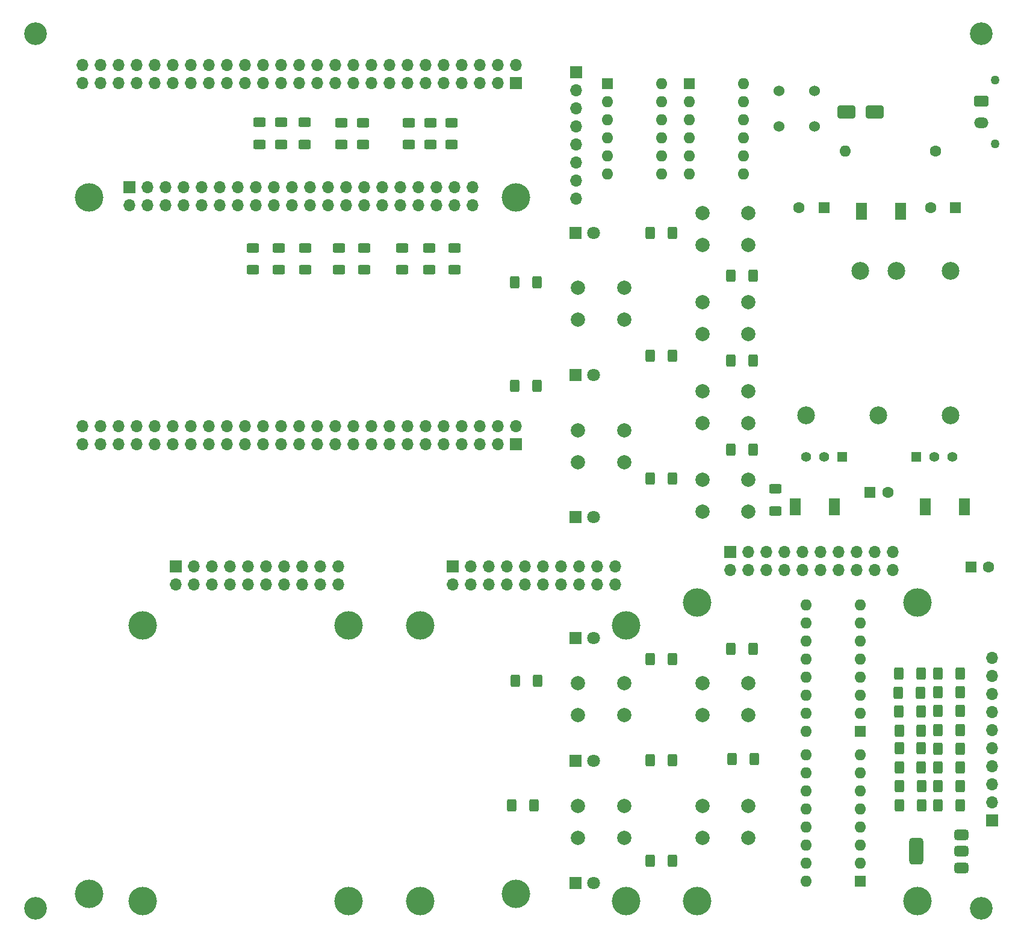
<source format=gbr>
%TF.GenerationSoftware,KiCad,Pcbnew,8.0.7-8.0.7-0~ubuntu24.10.1*%
%TF.CreationDate,2025-01-04T20:14:34+02:00*%
%TF.ProjectId,fpga_board,66706761-5f62-46f6-9172-642e6b696361,rev?*%
%TF.SameCoordinates,Original*%
%TF.FileFunction,Soldermask,Top*%
%TF.FilePolarity,Negative*%
%FSLAX46Y46*%
G04 Gerber Fmt 4.6, Leading zero omitted, Abs format (unit mm)*
G04 Created by KiCad (PCBNEW 8.0.7-8.0.7-0~ubuntu24.10.1) date 2025-01-04 20:14:34*
%MOMM*%
%LPD*%
G01*
G04 APERTURE LIST*
G04 Aperture macros list*
%AMRoundRect*
0 Rectangle with rounded corners*
0 $1 Rounding radius*
0 $2 $3 $4 $5 $6 $7 $8 $9 X,Y pos of 4 corners*
0 Add a 4 corners polygon primitive as box body*
4,1,4,$2,$3,$4,$5,$6,$7,$8,$9,$2,$3,0*
0 Add four circle primitives for the rounded corners*
1,1,$1+$1,$2,$3*
1,1,$1+$1,$4,$5*
1,1,$1+$1,$6,$7*
1,1,$1+$1,$8,$9*
0 Add four rect primitives between the rounded corners*
20,1,$1+$1,$2,$3,$4,$5,0*
20,1,$1+$1,$4,$5,$6,$7,0*
20,1,$1+$1,$6,$7,$8,$9,0*
20,1,$1+$1,$8,$9,$2,$3,0*%
G04 Aperture macros list end*
%ADD10R,1.700000X1.700000*%
%ADD11O,1.700000X1.700000*%
%ADD12RoundRect,0.375000X0.625000X0.375000X-0.625000X0.375000X-0.625000X-0.375000X0.625000X-0.375000X0*%
%ADD13RoundRect,0.500000X0.500000X1.400000X-0.500000X1.400000X-0.500000X-1.400000X0.500000X-1.400000X0*%
%ADD14RoundRect,0.250000X0.400000X0.625000X-0.400000X0.625000X-0.400000X-0.625000X0.400000X-0.625000X0*%
%ADD15RoundRect,0.250000X-0.400000X-0.625000X0.400000X-0.625000X0.400000X0.625000X-0.400000X0.625000X0*%
%ADD16R,1.800000X1.800000*%
%ADD17C,1.800000*%
%ADD18RoundRect,0.250000X-0.625000X0.400000X-0.625000X-0.400000X0.625000X-0.400000X0.625000X0.400000X0*%
%ADD19R,1.600000X1.600000*%
%ADD20C,1.600000*%
%ADD21RoundRect,0.250000X0.625000X-0.400000X0.625000X0.400000X-0.625000X0.400000X-0.625000X-0.400000X0*%
%ADD22C,2.000000*%
%ADD23RoundRect,0.102000X0.609000X0.609000X-0.609000X0.609000X-0.609000X-0.609000X0.609000X-0.609000X0*%
%ADD24C,1.422000*%
%ADD25O,1.600000X1.600000*%
%ADD26R,1.500000X2.400000*%
%ADD27C,3.200000*%
%ADD28C,2.500000*%
%ADD29RoundRect,0.102000X-0.609000X-0.609000X0.609000X-0.609000X0.609000X0.609000X-0.609000X0.609000X0*%
%ADD30O,2.020000X1.500000*%
%ADD31RoundRect,0.250001X-0.759999X0.499999X-0.759999X-0.499999X0.759999X-0.499999X0.759999X0.499999X0*%
%ADD32C,1.270000*%
%ADD33C,4.000000*%
%ADD34C,1.524000*%
%ADD35RoundRect,0.250000X-1.000000X-0.650000X1.000000X-0.650000X1.000000X0.650000X-1.000000X0.650000X0*%
G04 APERTURE END LIST*
D10*
%TO.C,J9*%
X156000000Y-123660000D03*
D11*
X156000000Y-121120000D03*
X156000000Y-118580000D03*
X156000000Y-116040000D03*
X156000000Y-113500000D03*
X156000000Y-110960000D03*
X156000000Y-108420000D03*
X156000000Y-105880000D03*
X156000000Y-103340000D03*
X156000000Y-100800000D03*
%TD*%
D12*
%TO.C,U4*%
X151650000Y-130300000D03*
X151650000Y-128000000D03*
D13*
X145350000Y-128000000D03*
D12*
X151650000Y-125700000D03*
%TD*%
D14*
%TO.C,R63*%
X146000000Y-103000000D03*
X142900000Y-103000000D03*
%TD*%
D15*
%TO.C,R62*%
X148400000Y-103000000D03*
X151500000Y-103000000D03*
%TD*%
D14*
%TO.C,R60*%
X146100000Y-121500000D03*
X143000000Y-121500000D03*
%TD*%
D15*
%TO.C,R59*%
X148400000Y-121500000D03*
X151500000Y-121500000D03*
%TD*%
D14*
%TO.C,R57*%
X145900000Y-105700000D03*
X142800000Y-105700000D03*
%TD*%
D15*
%TO.C,R56*%
X148400000Y-105642857D03*
X151500000Y-105642857D03*
%TD*%
D14*
%TO.C,R54*%
X146000000Y-108300000D03*
X142900000Y-108300000D03*
%TD*%
D15*
%TO.C,R53*%
X148400000Y-108285714D03*
X151500000Y-108285714D03*
%TD*%
D14*
%TO.C,R51*%
X146050000Y-111000000D03*
X142950000Y-111000000D03*
%TD*%
D15*
%TO.C,R50*%
X148400000Y-110928571D03*
X151500000Y-110928571D03*
%TD*%
D14*
%TO.C,R48*%
X146050000Y-113500000D03*
X142950000Y-113500000D03*
%TD*%
D15*
%TO.C,R47*%
X148400000Y-113571428D03*
X151500000Y-113571428D03*
%TD*%
D14*
%TO.C,R45*%
X146050000Y-116200000D03*
X142950000Y-116200000D03*
%TD*%
%TO.C,R43*%
X146100000Y-118800000D03*
X143000000Y-118800000D03*
%TD*%
D15*
%TO.C,R42*%
X148400000Y-118857142D03*
X151500000Y-118857142D03*
%TD*%
D16*
%TO.C,D2*%
X97400000Y-61000000D03*
D17*
X99940000Y-61000000D03*
%TD*%
D18*
%TO.C,R3*%
X59340000Y-25450000D03*
X59340000Y-28550000D03*
%TD*%
D19*
%TO.C,C3*%
X150840000Y-37500000D03*
D20*
X147340000Y-37500000D03*
%TD*%
D21*
%TO.C,R10*%
X55700000Y-46200000D03*
X55700000Y-43100000D03*
%TD*%
%TO.C,R9*%
X52000000Y-46200000D03*
X52000000Y-43100000D03*
%TD*%
D15*
%TO.C,R27*%
X119250000Y-99500000D03*
X122350000Y-99500000D03*
%TD*%
D22*
%TO.C,SW10*%
X115250000Y-121625000D03*
X121750000Y-121625000D03*
X115250000Y-126125000D03*
X121750000Y-126125000D03*
%TD*%
D23*
%TO.C,RV3*%
X134920000Y-72500000D03*
D24*
X132380000Y-72500000D03*
X129840000Y-72500000D03*
%TD*%
D22*
%TO.C,SW9*%
X115250000Y-104375000D03*
X121750000Y-104375000D03*
X115250000Y-108875000D03*
X121750000Y-108875000D03*
%TD*%
%TO.C,SW7*%
X115250000Y-63250000D03*
X121750000Y-63250000D03*
X115250000Y-67750000D03*
X121750000Y-67750000D03*
%TD*%
D25*
%TO.C,U3*%
X129880000Y-132240000D03*
X129880000Y-129700000D03*
X129880000Y-127160000D03*
X129880000Y-124620000D03*
X129880000Y-122080000D03*
X129880000Y-119540000D03*
X129880000Y-117000000D03*
X129880000Y-114460000D03*
X137500000Y-114460000D03*
X137500000Y-117000000D03*
X137500000Y-119540000D03*
X137500000Y-122080000D03*
X137500000Y-124620000D03*
X137500000Y-127160000D03*
X137500000Y-129700000D03*
D19*
X137500000Y-132240000D03*
%TD*%
D26*
%TO.C,L3*%
X133840000Y-79500000D03*
X128340000Y-79500000D03*
%TD*%
D22*
%TO.C,SW2*%
X97750000Y-68750000D03*
X104250000Y-68750000D03*
X97750000Y-73250000D03*
X104250000Y-73250000D03*
%TD*%
D18*
%TO.C,R1*%
X53000000Y-25450000D03*
X53000000Y-28550000D03*
%TD*%
D15*
%TO.C,R23*%
X119250000Y-47000000D03*
X122350000Y-47000000D03*
%TD*%
%TO.C,R32*%
X88450000Y-121500000D03*
X91550000Y-121500000D03*
%TD*%
D21*
%TO.C,R7*%
X67500000Y-28600000D03*
X67500000Y-25500000D03*
%TD*%
D22*
%TO.C,SW6*%
X115250000Y-50750000D03*
X121750000Y-50750000D03*
X115250000Y-55250000D03*
X121750000Y-55250000D03*
%TD*%
%TO.C,SW8*%
X115250000Y-75750000D03*
X121750000Y-75750000D03*
X115250000Y-80250000D03*
X121750000Y-80250000D03*
%TD*%
D10*
%TO.C,J2*%
X89000000Y-19900000D03*
D11*
X89000000Y-17360000D03*
X86460000Y-19900000D03*
X86460000Y-17360000D03*
X83920000Y-19900000D03*
X83920000Y-17360000D03*
X81380000Y-19900000D03*
X81380000Y-17360000D03*
X78840000Y-19900000D03*
X78840000Y-17360000D03*
X76300000Y-19900000D03*
X76300000Y-17360000D03*
X73760000Y-19900000D03*
X73760000Y-17360000D03*
X71220000Y-19900000D03*
X71220000Y-17360000D03*
X68680000Y-19900000D03*
X68680000Y-17360000D03*
X66140000Y-19900000D03*
X66140000Y-17360000D03*
X63600000Y-19900000D03*
X63600000Y-17360000D03*
X61060000Y-19900000D03*
X61060000Y-17360000D03*
X58520000Y-19900000D03*
X58520000Y-17360000D03*
X55980000Y-19900000D03*
X55980000Y-17360000D03*
X53440000Y-19900000D03*
X53440000Y-17360000D03*
X50900000Y-19900000D03*
X50900000Y-17360000D03*
X48360000Y-19900000D03*
X48360000Y-17360000D03*
X45820000Y-19900000D03*
X45820000Y-17360000D03*
X43280000Y-19900000D03*
X43280000Y-17360000D03*
X40740000Y-19900000D03*
X40740000Y-17360000D03*
X38200000Y-19900000D03*
X38200000Y-17360000D03*
X35660000Y-19900000D03*
X35660000Y-17360000D03*
X33120000Y-19900000D03*
X33120000Y-17360000D03*
X30580000Y-19900000D03*
X30580000Y-17360000D03*
X28040000Y-19900000D03*
X28040000Y-17360000D03*
D10*
X89000000Y-70740000D03*
D11*
X89000000Y-68200000D03*
X86460000Y-70740000D03*
X86460000Y-68200000D03*
X83920000Y-70740000D03*
X83920000Y-68200000D03*
X81380000Y-70740000D03*
X81380000Y-68200000D03*
X78840000Y-70740000D03*
X78840000Y-68200000D03*
X76300000Y-70740000D03*
X76300000Y-68200000D03*
X73760000Y-70740000D03*
X73760000Y-68200000D03*
X71220000Y-70740000D03*
X71220000Y-68200000D03*
X68680000Y-70740000D03*
X68680000Y-68200000D03*
X66140000Y-70740000D03*
X66140000Y-68200000D03*
X63600000Y-70740000D03*
X63600000Y-68200000D03*
X61060000Y-70740000D03*
X61060000Y-68200000D03*
X58520000Y-70740000D03*
X58520000Y-68200000D03*
X55980000Y-70740000D03*
X55980000Y-68200000D03*
X53440000Y-70740000D03*
X53440000Y-68200000D03*
X50900000Y-70740000D03*
X50900000Y-68200000D03*
X48360000Y-70740000D03*
X48360000Y-68200000D03*
X45820000Y-70740000D03*
X45820000Y-68200000D03*
X43280000Y-70740000D03*
X43280000Y-68200000D03*
X40740000Y-70740000D03*
X40740000Y-68200000D03*
X38200000Y-70740000D03*
X38200000Y-68200000D03*
X35660000Y-70740000D03*
X35660000Y-68200000D03*
X33120000Y-70740000D03*
X33120000Y-68200000D03*
X30580000Y-70740000D03*
X30580000Y-68200000D03*
X28040000Y-70740000D03*
X28040000Y-68200000D03*
%TD*%
D27*
%TO.C,REF\u002A\u002A*%
X21500000Y-136000000D03*
%TD*%
D15*
%TO.C,R30*%
X88900000Y-62500000D03*
X92000000Y-62500000D03*
%TD*%
D22*
%TO.C,SW5*%
X115250000Y-38250000D03*
X121750000Y-38250000D03*
X115250000Y-42750000D03*
X121750000Y-42750000D03*
%TD*%
D28*
%TO.C,U1*%
X142540000Y-46340000D03*
X137460000Y-46340000D03*
X129840000Y-66660000D03*
X140000000Y-66660000D03*
X150160000Y-66660000D03*
X150160000Y-46340000D03*
%TD*%
D21*
%TO.C,R8*%
X64500000Y-28600000D03*
X64500000Y-25500000D03*
%TD*%
D18*
%TO.C,R2*%
X56050000Y-25450000D03*
X56050000Y-28550000D03*
%TD*%
D10*
%TO.C,J6*%
X97500000Y-18420000D03*
D11*
X97500000Y-20960000D03*
X97500000Y-23500000D03*
X97500000Y-26040000D03*
X97500000Y-28580000D03*
X97500000Y-31120000D03*
X97500000Y-33660000D03*
X97500000Y-36200000D03*
%TD*%
D22*
%TO.C,SW4*%
X97750000Y-121625000D03*
X104250000Y-121625000D03*
X97750000Y-126125000D03*
X104250000Y-126125000D03*
%TD*%
%TO.C,SW3*%
X97750000Y-104375000D03*
X104250000Y-104375000D03*
X97750000Y-108875000D03*
X104250000Y-108875000D03*
%TD*%
D14*
%TO.C,R25*%
X122350000Y-71500000D03*
X119250000Y-71500000D03*
%TD*%
D15*
%TO.C,R19*%
X107900000Y-75600000D03*
X111000000Y-75600000D03*
%TD*%
D21*
%TO.C,R14*%
X80400000Y-46200000D03*
X80400000Y-43100000D03*
%TD*%
D15*
%TO.C,R29*%
X88900000Y-48000000D03*
X92000000Y-48000000D03*
%TD*%
D21*
%TO.C,R12*%
X73000000Y-46200000D03*
X73000000Y-43100000D03*
%TD*%
D20*
%TO.C,F1*%
X148000000Y-29500000D03*
D25*
X135300000Y-29500000D03*
%TD*%
D27*
%TO.C,REF\u002A\u002A*%
X21500000Y-13000000D03*
%TD*%
D29*
%TO.C,RV2*%
X145340000Y-72500000D03*
D24*
X147880000Y-72500000D03*
X150420000Y-72500000D03*
%TD*%
D16*
%TO.C,D4*%
X97400000Y-98000000D03*
D17*
X99940000Y-98000000D03*
%TD*%
D19*
%TO.C,C9*%
X153000000Y-88000000D03*
D20*
X155500000Y-88000000D03*
%TD*%
D16*
%TO.C,D5*%
X97400000Y-115250000D03*
D17*
X99940000Y-115250000D03*
%TD*%
D30*
%TO.C,J7*%
X154500000Y-25500000D03*
D31*
X154500000Y-22500000D03*
D32*
X156460000Y-28500000D03*
X156460000Y-19500000D03*
%TD*%
D21*
%TO.C,R5*%
X77000000Y-28600000D03*
X77000000Y-25500000D03*
%TD*%
%TO.C,R11*%
X59400000Y-46200000D03*
X59400000Y-43100000D03*
%TD*%
D11*
%TO.C,J1*%
X82935000Y-37115000D03*
X82935000Y-34575000D03*
X80395000Y-37115000D03*
X80395000Y-34575000D03*
X77855000Y-37115000D03*
X77855000Y-34575000D03*
X75315000Y-37115000D03*
X75315000Y-34575000D03*
X72775000Y-37115000D03*
X72775000Y-34575000D03*
X70235000Y-37115000D03*
X70235000Y-34575000D03*
X67695000Y-37115000D03*
X67695000Y-34575000D03*
X65155000Y-37115000D03*
X65155000Y-34575000D03*
X62615000Y-37115000D03*
X62615000Y-34575000D03*
X60075000Y-37115000D03*
X60075000Y-34575000D03*
X57535000Y-37115000D03*
X57535000Y-34575000D03*
X54995000Y-37115000D03*
X54995000Y-34575000D03*
X52455000Y-37115000D03*
X52455000Y-34575000D03*
X49915000Y-37115000D03*
X49915000Y-34575000D03*
X47375000Y-37115000D03*
X47375000Y-34575000D03*
X44835000Y-37115000D03*
X44835000Y-34575000D03*
X42295000Y-37115000D03*
X42295000Y-34575000D03*
X39755000Y-37115000D03*
X39755000Y-34575000D03*
X37215000Y-37115000D03*
X37215000Y-34575000D03*
X34675000Y-37115000D03*
D10*
X34675000Y-34575000D03*
D33*
X89000000Y-36000000D03*
X29000000Y-36000000D03*
X89000000Y-134000000D03*
X29000000Y-134000000D03*
%TD*%
D15*
%TO.C,R20*%
X107900000Y-101000000D03*
X111000000Y-101000000D03*
%TD*%
D16*
%TO.C,D1*%
X97400000Y-41000000D03*
D17*
X99940000Y-41000000D03*
%TD*%
D21*
%TO.C,R13*%
X76800000Y-46200000D03*
X76800000Y-43100000D03*
%TD*%
D25*
%TO.C,SW12*%
X121000000Y-20000000D03*
X121000000Y-22540000D03*
X121000000Y-25080000D03*
X121000000Y-27620000D03*
X121000000Y-30160000D03*
X121000000Y-32700000D03*
X113380000Y-32700000D03*
X113380000Y-30160000D03*
X113380000Y-27620000D03*
X113380000Y-25080000D03*
X113380000Y-22540000D03*
D19*
X113380000Y-20000000D03*
%TD*%
D21*
%TO.C,R4*%
X74000000Y-28600000D03*
X74000000Y-25500000D03*
%TD*%
D34*
%TO.C,L1*%
X131000000Y-26000000D03*
X126000000Y-26000000D03*
X131000000Y-21000000D03*
X126000000Y-21000000D03*
%TD*%
D15*
%TO.C,R17*%
X107900000Y-41000000D03*
X111000000Y-41000000D03*
%TD*%
D16*
%TO.C,D6*%
X97400000Y-132500000D03*
D17*
X99940000Y-132500000D03*
%TD*%
D35*
%TO.C,D7*%
X135500000Y-24000000D03*
X139500000Y-24000000D03*
%TD*%
D25*
%TO.C,U2*%
X129880000Y-111080000D03*
X129880000Y-108540000D03*
X129880000Y-106000000D03*
X129880000Y-103460000D03*
X129880000Y-100920000D03*
X129880000Y-98380000D03*
X129880000Y-95840000D03*
X129880000Y-93300000D03*
X137500000Y-93300000D03*
X137500000Y-95840000D03*
X137500000Y-98380000D03*
X137500000Y-100920000D03*
X137500000Y-103460000D03*
X137500000Y-106000000D03*
X137500000Y-108540000D03*
D19*
X137500000Y-111080000D03*
%TD*%
D15*
%TO.C,R28*%
X119450000Y-115000000D03*
X122550000Y-115000000D03*
%TD*%
D19*
%TO.C,SW11*%
X101880000Y-20000000D03*
D25*
X101880000Y-22540000D03*
X101880000Y-25080000D03*
X101880000Y-27620000D03*
X101880000Y-30160000D03*
X101880000Y-32700000D03*
X109500000Y-32700000D03*
X109500000Y-30160000D03*
X109500000Y-27620000D03*
X109500000Y-25080000D03*
X109500000Y-22540000D03*
X109500000Y-20000000D03*
%TD*%
D15*
%TO.C,R21*%
X107900000Y-115150000D03*
X111000000Y-115150000D03*
%TD*%
%TO.C,R31*%
X88950000Y-104000000D03*
X92050000Y-104000000D03*
%TD*%
D21*
%TO.C,R6*%
X80000000Y-28600000D03*
X80000000Y-25500000D03*
%TD*%
%TO.C,R26*%
X125500000Y-80100000D03*
X125500000Y-77000000D03*
%TD*%
D27*
%TO.C,REF\u002A\u002A*%
X154500000Y-136000000D03*
%TD*%
D21*
%TO.C,R15*%
X67700000Y-46200000D03*
X67700000Y-43100000D03*
%TD*%
D26*
%TO.C,L4*%
X146590000Y-79500000D03*
X152090000Y-79500000D03*
%TD*%
D27*
%TO.C,REF\u002A\u002A*%
X154500000Y-13000000D03*
%TD*%
D21*
%TO.C,R16*%
X64100000Y-46200000D03*
X64100000Y-43100000D03*
%TD*%
D14*
%TO.C,R24*%
X122350000Y-59000000D03*
X119250000Y-59000000D03*
%TD*%
D15*
%TO.C,R18*%
X107900000Y-58300000D03*
X111000000Y-58300000D03*
%TD*%
D19*
%TO.C,C5*%
X132340000Y-37500000D03*
D20*
X128840000Y-37500000D03*
%TD*%
D16*
%TO.C,D3*%
X97400000Y-81000000D03*
D17*
X99940000Y-81000000D03*
%TD*%
D19*
%TO.C,C8*%
X138840000Y-77500000D03*
D20*
X141340000Y-77500000D03*
%TD*%
D15*
%TO.C,R41*%
X148400000Y-116214285D03*
X151500000Y-116214285D03*
%TD*%
D26*
%TO.C,L2*%
X143090000Y-38000000D03*
X137590000Y-38000000D03*
%TD*%
D15*
%TO.C,R22*%
X107900000Y-129300000D03*
X111000000Y-129300000D03*
%TD*%
D22*
%TO.C,SW1*%
X97750000Y-48750000D03*
X104250000Y-48750000D03*
X97750000Y-53250000D03*
X104250000Y-53250000D03*
%TD*%
D33*
%TO.C,J4*%
X104500000Y-96250000D03*
X75525000Y-96250000D03*
X104500000Y-135000000D03*
X75525000Y-135000000D03*
D10*
X80175000Y-87920000D03*
D11*
X80175000Y-90460000D03*
X82715000Y-87920000D03*
X82715000Y-90460000D03*
X85255000Y-87920000D03*
X85255000Y-90460000D03*
X87795000Y-87920000D03*
X87795000Y-90460000D03*
X90335000Y-87920000D03*
X90335000Y-90460000D03*
X92875000Y-87920000D03*
X92875000Y-90460000D03*
X95415000Y-87920000D03*
X95415000Y-90460000D03*
X97955000Y-87920000D03*
X97955000Y-90460000D03*
X100495000Y-87920000D03*
X100495000Y-90460000D03*
X103035000Y-87920000D03*
X103035000Y-90460000D03*
%TD*%
D33*
%TO.C,J3*%
X145500000Y-93000000D03*
X114500000Y-93000000D03*
X145500000Y-135000000D03*
X114500000Y-135000000D03*
D10*
X119150000Y-85920000D03*
D11*
X119150000Y-88460000D03*
X121690000Y-85920000D03*
X121690000Y-88460000D03*
X124230000Y-85920000D03*
X124230000Y-88460000D03*
X126770000Y-85920000D03*
X126770000Y-88460000D03*
X129310000Y-85920000D03*
X129310000Y-88460000D03*
X131850000Y-85920000D03*
X131850000Y-88460000D03*
X134390000Y-85920000D03*
X134390000Y-88460000D03*
X136930000Y-85920000D03*
X136930000Y-88460000D03*
X139470000Y-85920000D03*
X139470000Y-88460000D03*
X142010000Y-85920000D03*
X142010000Y-88460000D03*
%TD*%
%TO.C,J5*%
X64035000Y-90460000D03*
X64035000Y-87920000D03*
X61495000Y-90460000D03*
X61495000Y-87920000D03*
X58955000Y-90460000D03*
X58955000Y-87920000D03*
X56415000Y-90460000D03*
X56415000Y-87920000D03*
X53875000Y-90460000D03*
X53875000Y-87920000D03*
X51335000Y-90460000D03*
X51335000Y-87920000D03*
X48795000Y-90460000D03*
X48795000Y-87920000D03*
X46255000Y-90460000D03*
X46255000Y-87920000D03*
X43715000Y-90460000D03*
X43715000Y-87920000D03*
X41175000Y-90460000D03*
D10*
X41175000Y-87920000D03*
D33*
X36525000Y-135000000D03*
X65500000Y-135000000D03*
X36525000Y-96250000D03*
X65500000Y-96250000D03*
%TD*%
M02*

</source>
